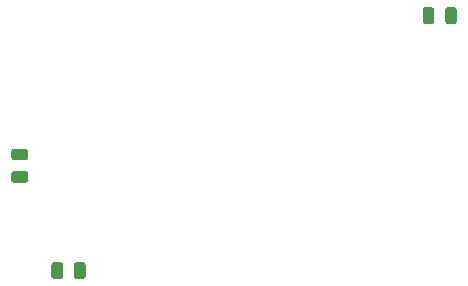
<source format=gbr>
%TF.GenerationSoftware,KiCad,Pcbnew,(5.1.10)-1*%
%TF.CreationDate,2021-07-29T09:59:01+03:00*%
%TF.ProjectId,YevgeniK,59657667-656e-4694-9b2e-6b696361645f,rev?*%
%TF.SameCoordinates,Original*%
%TF.FileFunction,Paste,Top*%
%TF.FilePolarity,Positive*%
%FSLAX46Y46*%
G04 Gerber Fmt 4.6, Leading zero omitted, Abs format (unit mm)*
G04 Created by KiCad (PCBNEW (5.1.10)-1) date 2021-07-29 09:59:01*
%MOMM*%
%LPD*%
G01*
G04 APERTURE LIST*
G04 APERTURE END LIST*
%TO.C,C1*%
G36*
G01*
X176350000Y-90645000D02*
X176350000Y-89695000D01*
G75*
G02*
X176600000Y-89445000I250000J0D01*
G01*
X177100000Y-89445000D01*
G75*
G02*
X177350000Y-89695000I0J-250000D01*
G01*
X177350000Y-90645000D01*
G75*
G02*
X177100000Y-90895000I-250000J0D01*
G01*
X176600000Y-90895000D01*
G75*
G02*
X176350000Y-90645000I0J250000D01*
G01*
G37*
G36*
G01*
X178250000Y-90645000D02*
X178250000Y-89695000D01*
G75*
G02*
X178500000Y-89445000I250000J0D01*
G01*
X179000000Y-89445000D01*
G75*
G02*
X179250000Y-89695000I0J-250000D01*
G01*
X179250000Y-90645000D01*
G75*
G02*
X179000000Y-90895000I-250000J0D01*
G01*
X178500000Y-90895000D01*
G75*
G02*
X178250000Y-90645000I0J250000D01*
G01*
G37*
%TD*%
%TO.C,C2*%
G36*
G01*
X145920000Y-111285000D02*
X145920000Y-112235000D01*
G75*
G02*
X145670000Y-112485000I-250000J0D01*
G01*
X145170000Y-112485000D01*
G75*
G02*
X144920000Y-112235000I0J250000D01*
G01*
X144920000Y-111285000D01*
G75*
G02*
X145170000Y-111035000I250000J0D01*
G01*
X145670000Y-111035000D01*
G75*
G02*
X145920000Y-111285000I0J-250000D01*
G01*
G37*
G36*
G01*
X147820000Y-111285000D02*
X147820000Y-112235000D01*
G75*
G02*
X147570000Y-112485000I-250000J0D01*
G01*
X147070000Y-112485000D01*
G75*
G02*
X146820000Y-112235000I0J250000D01*
G01*
X146820000Y-111285000D01*
G75*
G02*
X147070000Y-111035000I250000J0D01*
G01*
X147570000Y-111035000D01*
G75*
G02*
X147820000Y-111285000I0J-250000D01*
G01*
G37*
%TD*%
%TO.C,C3*%
G36*
G01*
X141765000Y-101420000D02*
X142715000Y-101420000D01*
G75*
G02*
X142965000Y-101670000I0J-250000D01*
G01*
X142965000Y-102170000D01*
G75*
G02*
X142715000Y-102420000I-250000J0D01*
G01*
X141765000Y-102420000D01*
G75*
G02*
X141515000Y-102170000I0J250000D01*
G01*
X141515000Y-101670000D01*
G75*
G02*
X141765000Y-101420000I250000J0D01*
G01*
G37*
G36*
G01*
X141765000Y-103320000D02*
X142715000Y-103320000D01*
G75*
G02*
X142965000Y-103570000I0J-250000D01*
G01*
X142965000Y-104070000D01*
G75*
G02*
X142715000Y-104320000I-250000J0D01*
G01*
X141765000Y-104320000D01*
G75*
G02*
X141515000Y-104070000I0J250000D01*
G01*
X141515000Y-103570000D01*
G75*
G02*
X141765000Y-103320000I250000J0D01*
G01*
G37*
%TD*%
M02*

</source>
